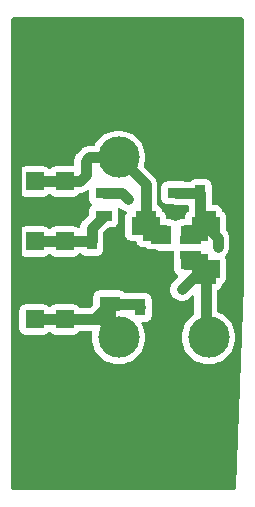
<source format=gbr>
%TF.GenerationSoftware,KiCad,Pcbnew,7.0.7-7.0.7~ubuntu23.04.1*%
%TF.CreationDate,2023-09-17T08:07:36+00:00*%
%TF.ProjectId,CLKGEN02,434c4b47-454e-4303-922e-6b696361645f,rev?*%
%TF.SameCoordinates,Original*%
%TF.FileFunction,Copper,L2,Bot*%
%TF.FilePolarity,Positive*%
%FSLAX46Y46*%
G04 Gerber Fmt 4.6, Leading zero omitted, Abs format (unit mm)*
G04 Created by KiCad (PCBNEW 7.0.7-7.0.7~ubuntu23.04.1) date 2023-09-17 08:07:36*
%MOMM*%
%LPD*%
G01*
G04 APERTURE LIST*
%TA.AperFunction,ComponentPad*%
%ADD10R,1.524000X1.524000*%
%TD*%
%TA.AperFunction,ComponentPad*%
%ADD11C,6.000000*%
%TD*%
%TA.AperFunction,ComponentPad*%
%ADD12C,3.500000*%
%TD*%
%TA.AperFunction,SMDPad,CuDef*%
%ADD13R,1.397000X0.889000*%
%TD*%
%TA.AperFunction,SMDPad,CuDef*%
%ADD14R,0.889000X1.397000*%
%TD*%
%TA.AperFunction,SMDPad,CuDef*%
%ADD15R,1.699260X1.300480*%
%TD*%
%TA.AperFunction,SMDPad,CuDef*%
%ADD16R,1.700000X1.500000*%
%TD*%
%TA.AperFunction,SMDPad,CuDef*%
%ADD17R,1.800000X2.000000*%
%TD*%
%TA.AperFunction,SMDPad,CuDef*%
%ADD18R,1.600000X1.350000*%
%TD*%
%TA.AperFunction,SMDPad,CuDef*%
%ADD19R,1.400000X1.300000*%
%TD*%
%TA.AperFunction,SMDPad,CuDef*%
%ADD20R,2.400000X1.500000*%
%TD*%
%TA.AperFunction,SMDPad,CuDef*%
%ADD21R,0.900000X0.800000*%
%TD*%
%TA.AperFunction,ViaPad*%
%ADD22C,0.600000*%
%TD*%
%TA.AperFunction,ViaPad*%
%ADD23C,0.800000*%
%TD*%
%TA.AperFunction,Conductor*%
%ADD24C,0.900000*%
%TD*%
%TA.AperFunction,Conductor*%
%ADD25C,0.300000*%
%TD*%
G04 APERTURE END LIST*
D10*
%TO.P,J1,1*%
%TO.N,GND*%
X2286000Y17272000D03*
%TO.P,J1,2*%
X4826000Y17272000D03*
%TO.P,J1,3*%
%TO.N,VCC*%
X2286000Y14732000D03*
%TO.P,J1,4*%
X4826000Y14732000D03*
%TO.P,J1,5*%
%TO.N,GND*%
X2286000Y12192000D03*
%TO.P,J1,6*%
X4826000Y12192000D03*
%TD*%
%TO.P,J3,1*%
%TO.N,GND*%
X2286000Y28956000D03*
%TO.P,J3,2*%
X4826000Y28956000D03*
%TO.P,J3,3*%
%TO.N,/OUT*%
X2286000Y26416000D03*
%TO.P,J3,4*%
X4826000Y26416000D03*
%TO.P,J3,5*%
%TO.N,GND*%
X2286000Y23876000D03*
%TO.P,J3,6*%
X4826000Y23876000D03*
%TD*%
D11*
%TO.P,M1,1*%
%TO.N,GND*%
X5080000Y5080000D03*
%TD*%
%TO.P,M2,1*%
%TO.N,GND*%
X5080000Y35560000D03*
%TD*%
%TO.P,M3,1*%
%TO.N,GND*%
X15240000Y5080000D03*
%TD*%
%TO.P,M4,1*%
%TO.N,GND*%
X15240000Y35560000D03*
%TD*%
D12*
%TO.P,X9,1*%
%TO.N,/EN*%
X17018000Y13208000D03*
%TO.P,X9,2*%
%TO.N,GND*%
X17018000Y28448000D03*
%TO.P,X9,3*%
%TO.N,/OUT*%
X9398000Y28448000D03*
%TO.P,X9,4*%
%TO.N,VCC*%
X9398000Y13208000D03*
%TD*%
D10*
%TO.P,J2,1*%
%TO.N,/EN*%
X2286000Y21336000D03*
%TO.P,J2,2*%
X4826000Y21336000D03*
%TD*%
D13*
%TO.P,C1,1*%
%TO.N,VCC*%
X14224000Y25463500D03*
%TO.P,C1,2*%
%TO.N,GND*%
X14224000Y27368500D03*
%TD*%
D14*
%TO.P,C2,1*%
%TO.N,VCC*%
X16319500Y25400000D03*
%TO.P,C2,2*%
%TO.N,GND*%
X18224500Y25400000D03*
%TD*%
%TO.P,C3,1*%
%TO.N,VCC*%
X11239500Y15748000D03*
%TO.P,C3,2*%
%TO.N,GND*%
X13144500Y15748000D03*
%TD*%
D15*
%TO.P,D1,1*%
%TO.N,VCC*%
X8636000Y16029940D03*
%TO.P,D1,2*%
%TO.N,GND*%
X8636000Y19530060D03*
%TD*%
D13*
%TO.P,R1,1*%
%TO.N,VCC*%
X8128000Y25400000D03*
%TO.P,R1,2*%
%TO.N,/EN*%
X8128000Y23495000D03*
%TD*%
D14*
%TO.P,R2,1*%
%TO.N,/EN*%
X7112000Y21336000D03*
%TO.P,R2,2*%
%TO.N,GND*%
X9017000Y21336000D03*
%TD*%
D16*
%TO.P,X1,1*%
%TO.N,/EN*%
X15494000Y19728000D03*
%TO.P,X1,2*%
%TO.N,GND*%
X12954000Y19728000D03*
%TO.P,X1,3*%
%TO.N,/OUT*%
X12954000Y21928000D03*
%TO.P,X1,4*%
%TO.N,VCC*%
X15494000Y21928000D03*
%TD*%
D17*
%TO.P,X2,1*%
%TO.N,/EN*%
X16764000Y18728000D03*
%TO.P,X2,2*%
%TO.N,GND*%
X11684000Y18728000D03*
%TO.P,X2,3*%
%TO.N,/OUT*%
X11684000Y22928000D03*
%TO.P,X2,4*%
%TO.N,VCC*%
X16764000Y22928000D03*
%TD*%
D18*
%TO.P,X3,1*%
%TO.N,/EN*%
X15674000Y19578000D03*
%TO.P,X3,2*%
%TO.N,GND*%
X12774000Y19578000D03*
%TO.P,X3,3*%
%TO.N,/OUT*%
X12774000Y22078000D03*
%TO.P,X3,4*%
%TO.N,VCC*%
X15674000Y22078000D03*
%TD*%
D19*
%TO.P,X4,1*%
%TO.N,/EN*%
X15524000Y19828000D03*
%TO.P,X4,2*%
%TO.N,GND*%
X12924000Y19828000D03*
%TO.P,X4,3*%
%TO.N,/OUT*%
X12924000Y21828000D03*
%TO.P,X4,4*%
%TO.N,VCC*%
X15524000Y21828000D03*
%TD*%
D18*
%TO.P,X6,1*%
%TO.N,/EN*%
X16224000Y19578000D03*
%TO.P,X6,2*%
%TO.N,GND*%
X12224000Y19578000D03*
%TO.P,X6,3*%
%TO.N,/OUT*%
X12224000Y22078000D03*
%TO.P,X6,4*%
%TO.N,VCC*%
X16224000Y22078000D03*
%TD*%
D20*
%TO.P,X7,1*%
%TO.N,/EN*%
X16764000Y18978000D03*
%TO.P,X7,2*%
%TO.N,GND*%
X11684000Y18978000D03*
%TO.P,X7,3*%
%TO.N,/OUT*%
X11684000Y22678000D03*
%TO.P,X7,4*%
%TO.N,VCC*%
X16764000Y22678000D03*
%TD*%
D21*
%TO.P,X8,1*%
%TO.N,/EN*%
X15049000Y20203000D03*
%TO.P,X8,2*%
%TO.N,GND*%
X13399000Y20203000D03*
%TO.P,X8,3*%
%TO.N,/OUT*%
X13399000Y21453000D03*
%TO.P,X8,4*%
%TO.N,VCC*%
X15049000Y21453000D03*
%TD*%
D22*
%TO.N,VCC*%
X17780000Y20828000D03*
D23*
X17780000Y20828000D03*
X10160000Y24892000D03*
%TO.N,GND*%
X6604000Y24384000D03*
%TO.N,/EN*%
X14732000Y17272000D03*
%TD*%
D24*
%TO.N,VCC*%
X16319500Y25400000D02*
X14287500Y25400000D01*
X16319500Y25400000D02*
X16319500Y23122500D01*
X17780000Y21662000D02*
X16764000Y22678000D01*
X7874000Y14732000D02*
X9398000Y13208000D01*
X2286000Y14732000D02*
X4826000Y14732000D01*
X8128000Y25400000D02*
X9652000Y25400000D01*
X7338060Y14732000D02*
X8636000Y16029940D01*
X14287500Y25400000D02*
X14224000Y25463500D01*
X4826000Y14732000D02*
X7874000Y14732000D01*
X16319500Y23122500D02*
X16764000Y22678000D01*
X4826000Y14732000D02*
X7338060Y14732000D01*
X8636000Y16029940D02*
X8636000Y13970000D01*
X8636000Y16029940D02*
X10957560Y16029940D01*
X17780000Y20828000D02*
X17780000Y21662000D01*
X9652000Y25400000D02*
X10160000Y24892000D01*
X8636000Y13970000D02*
X9398000Y13208000D01*
X10957560Y16029940D02*
X11239500Y15748000D01*
%TO.N,GND*%
X12224000Y19578000D02*
X12224000Y19518000D01*
D25*
X1224000Y28956000D02*
X2286000Y28956000D01*
X1224000Y23876000D02*
X1016000Y23668000D01*
X1016000Y28748000D02*
X1224000Y28956000D01*
X1016000Y19604000D02*
X2286000Y18334000D01*
X2286000Y23876000D02*
X1224000Y23876000D01*
X1224000Y23876000D02*
X1016000Y24084000D01*
X1016000Y24084000D02*
X1016000Y28748000D01*
D24*
X12224000Y19518000D02*
X11684000Y18978000D01*
D25*
X1016000Y23668000D02*
X1016000Y19604000D01*
X2286000Y18334000D02*
X2286000Y17272000D01*
D24*
%TO.N,/EN*%
X7112000Y21336000D02*
X4826000Y21336000D01*
X16764000Y13462000D02*
X17018000Y13208000D01*
X4826000Y21336000D02*
X2286000Y21336000D01*
X16764000Y18978000D02*
X16764000Y13462000D01*
X7112000Y21336000D02*
X7112000Y22479000D01*
X16438000Y18978000D02*
X14732000Y17272000D01*
X7112000Y22479000D02*
X8128000Y23495000D01*
X16764000Y18978000D02*
X16438000Y18978000D01*
%TO.N,/OUT*%
X4826000Y26416000D02*
X2286000Y26416000D01*
X6923127Y28448000D02*
X6604000Y28128873D01*
X6604000Y28128873D02*
X6604000Y26924000D01*
X6604000Y26924000D02*
X6096000Y26416000D01*
X6096000Y26416000D02*
X4826000Y26416000D01*
X9398000Y28448000D02*
X6923127Y28448000D01*
X11684000Y22678000D02*
X11684000Y26162000D01*
X11684000Y26162000D02*
X9398000Y28448000D01*
%TD*%
%TA.AperFunction,Conductor*%
%TO.N,GND*%
G36*
X19932621Y40290498D02*
G01*
X19979114Y40236842D01*
X19990500Y40184500D01*
X19990500Y17697999D01*
X19374535Y451003D01*
X19352114Y383639D01*
X19296833Y339091D01*
X19248615Y329500D01*
X455500Y329500D01*
X387379Y349502D01*
X340886Y403158D01*
X329500Y455500D01*
X329500Y13921350D01*
X1015500Y13921350D01*
X1022009Y13860803D01*
X1022011Y13860795D01*
X1073110Y13723797D01*
X1073112Y13723792D01*
X1160738Y13606738D01*
X1277792Y13519112D01*
X1277797Y13519110D01*
X1414795Y13468011D01*
X1414803Y13468009D01*
X1475350Y13461500D01*
X1475362Y13461500D01*
X3096649Y13461500D01*
X3157196Y13468009D01*
X3157204Y13468011D01*
X3294202Y13519110D01*
X3294207Y13519112D01*
X3411261Y13606739D01*
X3455133Y13665343D01*
X3511969Y13707889D01*
X3582784Y13712953D01*
X3645096Y13678928D01*
X3656867Y13665343D01*
X3700738Y13606739D01*
X3817792Y13519112D01*
X3817797Y13519110D01*
X3954795Y13468011D01*
X3954803Y13468009D01*
X4015350Y13461500D01*
X4015362Y13461500D01*
X5636649Y13461500D01*
X5697196Y13468009D01*
X5697204Y13468011D01*
X5834202Y13519110D01*
X5834207Y13519112D01*
X5951261Y13606738D01*
X6038300Y13723009D01*
X6095136Y13765556D01*
X6139168Y13773500D01*
X7054207Y13773500D01*
X7122328Y13753498D01*
X7168821Y13699842D01*
X7178925Y13629568D01*
X7177786Y13622918D01*
X7154018Y13503435D01*
X7154016Y13503421D01*
X7134654Y13208003D01*
X7134654Y13207996D01*
X7154016Y12912578D01*
X7154018Y12912564D01*
X7211776Y12622204D01*
X7211778Y12622194D01*
X7306938Y12341862D01*
X7306944Y12341848D01*
X7437883Y12076329D01*
X7602359Y11830172D01*
X7602364Y11830165D01*
X7602367Y11830162D01*
X7797573Y11607573D01*
X8020162Y11412367D01*
X8020165Y11412364D01*
X8020172Y11412359D01*
X8266329Y11247883D01*
X8531848Y11116944D01*
X8531862Y11116938D01*
X8812194Y11021778D01*
X8812201Y11021776D01*
X8812203Y11021776D01*
X8860818Y11012105D01*
X9102564Y10964018D01*
X9102578Y10964016D01*
X9397997Y10944654D01*
X9398000Y10944654D01*
X9398003Y10944654D01*
X9693421Y10964016D01*
X9693435Y10964018D01*
X9886566Y11002435D01*
X9983797Y11021776D01*
X9983799Y11021776D01*
X9983805Y11021778D01*
X10264137Y11116938D01*
X10264140Y11116939D01*
X10264145Y11116941D01*
X10283591Y11126531D01*
X10529670Y11247883D01*
X10775827Y11412359D01*
X10775830Y11412361D01*
X10775838Y11412367D01*
X10998427Y11607573D01*
X11193633Y11830162D01*
X11358115Y12076327D01*
X11489059Y12341855D01*
X11584224Y12622203D01*
X11641983Y12912574D01*
X11661346Y13208000D01*
X11641983Y13503426D01*
X11584224Y13793797D01*
X11489059Y14074145D01*
X11358115Y14339673D01*
X11354556Y14344998D01*
X11333342Y14412750D01*
X11352125Y14481217D01*
X11404941Y14528661D01*
X11459322Y14541000D01*
X11732649Y14541000D01*
X11793196Y14547509D01*
X11793204Y14547511D01*
X11930202Y14598610D01*
X11930207Y14598612D01*
X12047261Y14686238D01*
X12134887Y14803292D01*
X12134889Y14803297D01*
X12136803Y14808427D01*
X12185989Y14940299D01*
X12185990Y14940303D01*
X12192499Y15000850D01*
X12192500Y15000867D01*
X12192500Y15600123D01*
X12194764Y15619903D01*
X12194415Y15619948D01*
X12195219Y15626269D01*
X12195222Y15626280D01*
X12200161Y15821158D01*
X12194475Y15852873D01*
X12192499Y15875104D01*
X12192499Y16079523D01*
X12192500Y16495138D01*
X12189256Y16525316D01*
X12185990Y16555696D01*
X12185988Y16555704D01*
X12178960Y16574545D01*
X12134889Y16692704D01*
X12133339Y16694774D01*
X12047261Y16809761D01*
X11930207Y16897387D01*
X11930206Y16897387D01*
X11930204Y16897389D01*
X11793201Y16948489D01*
X11793199Y16948489D01*
X11793196Y16948490D01*
X11732649Y16954999D01*
X11732645Y16954999D01*
X11732638Y16955000D01*
X11732632Y16955000D01*
X11230562Y16955000D01*
X11205212Y16957576D01*
X11188525Y16961005D01*
X11183917Y16962136D01*
X11127531Y16978271D01*
X11094938Y16980753D01*
X11087055Y16981858D01*
X11055030Y16988440D01*
X11055026Y16988440D01*
X10996396Y16988440D01*
X10991614Y16988621D01*
X10933153Y16993074D01*
X10900728Y16988944D01*
X10892771Y16988440D01*
X9953135Y16988440D01*
X9885014Y17008442D01*
X9852265Y17038934D01*
X9848891Y17043441D01*
X9731837Y17131067D01*
X9731836Y17131067D01*
X9731834Y17131069D01*
X9594831Y17182169D01*
X9594829Y17182169D01*
X9594826Y17182170D01*
X9534279Y17188679D01*
X9534275Y17188679D01*
X9534268Y17188680D01*
X7737732Y17188680D01*
X7737725Y17188679D01*
X7737720Y17188679D01*
X7677173Y17182170D01*
X7677165Y17182168D01*
X7599245Y17153104D01*
X7540166Y17131069D01*
X7540164Y17131068D01*
X7540162Y17131067D01*
X7423108Y17043441D01*
X7335482Y16926387D01*
X7335480Y16926382D01*
X7284381Y16789384D01*
X7284379Y16789376D01*
X7277870Y16728829D01*
X7277869Y16728812D01*
X7277869Y16079523D01*
X7257867Y16011402D01*
X7240964Y15990428D01*
X6977941Y15727405D01*
X6915629Y15693379D01*
X6888846Y15690500D01*
X6139168Y15690500D01*
X6071047Y15710502D01*
X6038300Y15740991D01*
X5951261Y15857261D01*
X5834207Y15944887D01*
X5834206Y15944887D01*
X5834204Y15944889D01*
X5716045Y15988960D01*
X5697204Y15995988D01*
X5697203Y15995988D01*
X5697201Y15995989D01*
X5697199Y15995989D01*
X5697196Y15995990D01*
X5636649Y16002499D01*
X5636645Y16002499D01*
X5636638Y16002500D01*
X4015362Y16002500D01*
X4015355Y16002499D01*
X4015350Y16002499D01*
X3954803Y15995990D01*
X3954795Y15995988D01*
X3876875Y15966924D01*
X3817796Y15944889D01*
X3817794Y15944888D01*
X3817792Y15944887D01*
X3700738Y15857261D01*
X3656868Y15798657D01*
X3600032Y15756110D01*
X3529216Y15751046D01*
X3466904Y15785071D01*
X3455132Y15798657D01*
X3411261Y15857261D01*
X3294207Y15944887D01*
X3294206Y15944887D01*
X3294204Y15944889D01*
X3176045Y15988960D01*
X3157204Y15995988D01*
X3157203Y15995988D01*
X3157201Y15995989D01*
X3157199Y15995989D01*
X3157196Y15995990D01*
X3096649Y16002499D01*
X3096645Y16002499D01*
X3096638Y16002500D01*
X1475362Y16002500D01*
X1475355Y16002499D01*
X1475350Y16002499D01*
X1414803Y15995990D01*
X1414795Y15995988D01*
X1336875Y15966924D01*
X1277796Y15944889D01*
X1277794Y15944888D01*
X1277792Y15944887D01*
X1160738Y15857261D01*
X1073112Y15740207D01*
X1073110Y15740202D01*
X1022011Y15603204D01*
X1022009Y15603196D01*
X1015500Y15542649D01*
X1015500Y13921350D01*
X329500Y13921350D01*
X329500Y20525350D01*
X1015500Y20525350D01*
X1022009Y20464803D01*
X1022011Y20464795D01*
X1073110Y20327797D01*
X1073112Y20327792D01*
X1160738Y20210738D01*
X1277792Y20123112D01*
X1277797Y20123110D01*
X1414795Y20072011D01*
X1414803Y20072009D01*
X1475350Y20065500D01*
X1475362Y20065500D01*
X3096649Y20065500D01*
X3157196Y20072009D01*
X3157204Y20072011D01*
X3294202Y20123110D01*
X3294207Y20123112D01*
X3411261Y20210739D01*
X3455133Y20269343D01*
X3511969Y20311889D01*
X3582784Y20316953D01*
X3645096Y20282928D01*
X3656867Y20269343D01*
X3700738Y20210739D01*
X3817792Y20123112D01*
X3817797Y20123110D01*
X3954795Y20072011D01*
X3954803Y20072009D01*
X4015350Y20065500D01*
X4015362Y20065500D01*
X5636649Y20065500D01*
X5697196Y20072009D01*
X5697204Y20072011D01*
X5834202Y20123110D01*
X5834207Y20123112D01*
X5951261Y20210738D01*
X6038300Y20327009D01*
X6095136Y20369556D01*
X6139168Y20377500D01*
X6163868Y20377500D01*
X6231989Y20357498D01*
X6264737Y20327008D01*
X6304239Y20274238D01*
X6421292Y20186612D01*
X6421297Y20186610D01*
X6558295Y20135511D01*
X6558303Y20135509D01*
X6618850Y20129000D01*
X6618862Y20129000D01*
X7605149Y20129000D01*
X7665696Y20135509D01*
X7665704Y20135511D01*
X7802702Y20186610D01*
X7802707Y20186612D01*
X7919761Y20274238D01*
X8007387Y20391292D01*
X8007389Y20391297D01*
X8019946Y20424961D01*
X8034803Y20464795D01*
X8058488Y20528295D01*
X8058490Y20528303D01*
X8064999Y20588850D01*
X8065000Y20588867D01*
X8065000Y21198955D01*
X8067580Y21224323D01*
X8070499Y21238527D01*
X8070500Y21238531D01*
X8070500Y21310126D01*
X8070581Y21313318D01*
X8072231Y21345842D01*
X8074206Y21384798D01*
X8071952Y21399506D01*
X8070500Y21418585D01*
X8070500Y22029786D01*
X8090502Y22097907D01*
X8107405Y22118881D01*
X8493619Y22505095D01*
X8555931Y22539121D01*
X8582714Y22542000D01*
X8875149Y22542000D01*
X8935696Y22548509D01*
X8935704Y22548511D01*
X9072702Y22599610D01*
X9072707Y22599612D01*
X9189761Y22687238D01*
X9277387Y22804292D01*
X9277389Y22804297D01*
X9328488Y22941295D01*
X9328490Y22941303D01*
X9334999Y23001850D01*
X9335000Y23001867D01*
X9335000Y23988132D01*
X9334999Y23988149D01*
X9327740Y24055673D01*
X9340346Y24125541D01*
X9388725Y24177503D01*
X9457516Y24195061D01*
X9524879Y24172640D01*
X9532642Y24166794D01*
X9629828Y24087549D01*
X9802606Y23997298D01*
X9802617Y23997294D01*
X9990025Y23943669D01*
X9990032Y23943668D01*
X9992796Y23943458D01*
X9994227Y23942916D01*
X9996322Y23942541D01*
X9996252Y23942150D01*
X10059201Y23918341D01*
X10101485Y23861310D01*
X10106224Y23790471D01*
X10084096Y23742313D01*
X10033112Y23674207D01*
X10033110Y23674202D01*
X9982011Y23537204D01*
X9982009Y23537196D01*
X9975500Y23476649D01*
X9975500Y21879350D01*
X9982009Y21818803D01*
X9982011Y21818795D01*
X10033110Y21681797D01*
X10033112Y21681792D01*
X10120738Y21564738D01*
X10237792Y21477112D01*
X10237797Y21477110D01*
X10374795Y21426011D01*
X10374803Y21426009D01*
X10435350Y21419500D01*
X10435362Y21419500D01*
X10735362Y21419500D01*
X10795317Y21419500D01*
X10863438Y21399498D01*
X10909931Y21345842D01*
X10920595Y21306966D01*
X10922009Y21293804D01*
X10922011Y21293795D01*
X10973110Y21156797D01*
X10973112Y21156792D01*
X11060738Y21039738D01*
X11177792Y20952112D01*
X11177797Y20952110D01*
X11314795Y20901011D01*
X11314803Y20901009D01*
X11375350Y20894500D01*
X11375362Y20894500D01*
X11617960Y20894500D01*
X11686081Y20874498D01*
X11718829Y20844008D01*
X11740739Y20814738D01*
X11857792Y20727112D01*
X11857797Y20727110D01*
X11994795Y20676011D01*
X11994803Y20676009D01*
X12055350Y20669500D01*
X12055362Y20669500D01*
X12175362Y20669500D01*
X12570838Y20669500D01*
X12638959Y20649498D01*
X12646347Y20644368D01*
X12702792Y20602112D01*
X12702797Y20602110D01*
X12839795Y20551011D01*
X12839803Y20551009D01*
X12900350Y20544500D01*
X12900362Y20544500D01*
X13897632Y20544500D01*
X13897638Y20544500D01*
X13897642Y20544500D01*
X13897654Y20544501D01*
X13951034Y20550239D01*
X14020902Y20537632D01*
X14072863Y20489253D01*
X14090500Y20424961D01*
X14090500Y19754350D01*
X14097009Y19693803D01*
X14097010Y19693799D01*
X14127556Y19611904D01*
X14135500Y19567872D01*
X14135500Y18929350D01*
X14142009Y18868803D01*
X14142011Y18868795D01*
X14193110Y18731797D01*
X14193112Y18731792D01*
X14280738Y18614738D01*
X14397797Y18527109D01*
X14401292Y18525201D01*
X14404106Y18522386D01*
X14405010Y18521710D01*
X14404912Y18521580D01*
X14451492Y18474997D01*
X14466581Y18405622D01*
X14441767Y18339103D01*
X14429998Y18325521D01*
X14019867Y17915391D01*
X13978567Y17864740D01*
X13927552Y17802175D01*
X13837296Y17629390D01*
X13815888Y17554574D01*
X13795065Y17481796D01*
X13783668Y17441966D01*
X13768866Y17247593D01*
X13768866Y17247583D01*
X13793493Y17054223D01*
X13793494Y17054217D01*
X13793495Y17054216D01*
X13818606Y16980751D01*
X13856545Y16869753D01*
X13856545Y16869752D01*
X13955439Y16701758D01*
X14086120Y16557114D01*
X14086123Y16557111D01*
X14243244Y16441734D01*
X14243247Y16441732D01*
X14420385Y16360343D01*
X14610280Y16316277D01*
X14805157Y16311339D01*
X14805158Y16311339D01*
X14805159Y16311339D01*
X14953940Y16338005D01*
X14997039Y16345730D01*
X14997044Y16345731D01*
X15178066Y16418041D01*
X15178071Y16418043D01*
X15340840Y16525316D01*
X15340842Y16525318D01*
X15340845Y16525320D01*
X15590405Y16774880D01*
X15652717Y16808906D01*
X15723532Y16803841D01*
X15780368Y16761294D01*
X15805179Y16694774D01*
X15805500Y16685785D01*
X15805500Y15181456D01*
X15785498Y15113335D01*
X15749503Y15076692D01*
X15640162Y15003633D01*
X15417573Y14808427D01*
X15222367Y14585838D01*
X15222361Y14585830D01*
X15222359Y14585827D01*
X15057883Y14339670D01*
X14926944Y14074151D01*
X14926938Y14074137D01*
X14831778Y13793805D01*
X14831776Y13793799D01*
X14831776Y13793797D01*
X14823760Y13753498D01*
X14774018Y13503435D01*
X14774016Y13503421D01*
X14754654Y13208003D01*
X14754654Y13207996D01*
X14774016Y12912578D01*
X14774018Y12912564D01*
X14831776Y12622204D01*
X14831778Y12622194D01*
X14926938Y12341862D01*
X14926944Y12341848D01*
X15057883Y12076329D01*
X15222359Y11830172D01*
X15222364Y11830165D01*
X15222367Y11830162D01*
X15417573Y11607573D01*
X15640162Y11412367D01*
X15640165Y11412364D01*
X15640172Y11412359D01*
X15886329Y11247883D01*
X16151848Y11116944D01*
X16151862Y11116938D01*
X16432194Y11021778D01*
X16432201Y11021776D01*
X16432203Y11021776D01*
X16480818Y11012105D01*
X16722564Y10964018D01*
X16722578Y10964016D01*
X17017997Y10944654D01*
X17018000Y10944654D01*
X17018003Y10944654D01*
X17313421Y10964016D01*
X17313435Y10964018D01*
X17506566Y11002435D01*
X17603797Y11021776D01*
X17603799Y11021776D01*
X17603805Y11021778D01*
X17884137Y11116938D01*
X17884140Y11116939D01*
X17884145Y11116941D01*
X17903591Y11126531D01*
X18149670Y11247883D01*
X18395827Y11412359D01*
X18395830Y11412361D01*
X18395838Y11412367D01*
X18618427Y11607573D01*
X18813633Y11830162D01*
X18978115Y12076327D01*
X19109059Y12341855D01*
X19204224Y12622203D01*
X19261983Y12912574D01*
X19281346Y13208000D01*
X19261983Y13503426D01*
X19204224Y13793797D01*
X19109059Y14074145D01*
X18978115Y14339673D01*
X18813633Y14585838D01*
X18618427Y14808427D01*
X18395838Y15003633D01*
X18149673Y15168115D01*
X17884145Y15299059D01*
X17807999Y15324906D01*
X17749923Y15365743D01*
X17723144Y15431495D01*
X17722500Y15444220D01*
X17722500Y17119617D01*
X17742502Y17187738D01*
X17796158Y17234231D01*
X17804467Y17237672D01*
X17910202Y17277110D01*
X17910207Y17277112D01*
X18027261Y17364738D01*
X18114887Y17481792D01*
X18114889Y17481797D01*
X18165988Y17618795D01*
X18165990Y17618803D01*
X18172499Y17679350D01*
X18172500Y17679367D01*
X18172500Y17685814D01*
X18192502Y17753935D01*
X18222990Y17786682D01*
X18327262Y17864740D01*
X18414887Y17981792D01*
X18414889Y17981797D01*
X18465988Y18118795D01*
X18465990Y18118803D01*
X18472499Y18179350D01*
X18472500Y18179367D01*
X18472500Y19776632D01*
X18472499Y19776649D01*
X18465990Y19837196D01*
X18465988Y19837204D01*
X18414891Y19974198D01*
X18414889Y19974204D01*
X18414884Y19974210D01*
X18412824Y19977984D01*
X18411906Y19982200D01*
X18411740Y19982647D01*
X18411804Y19982670D01*
X18397730Y20047358D01*
X18422538Y20113879D01*
X18436599Y20129698D01*
X18511020Y20200440D01*
X18518188Y20210738D01*
X18622382Y20360437D01*
X18635625Y20391297D01*
X18699259Y20539581D01*
X18738500Y20730530D01*
X18738500Y21649873D01*
X18740661Y21735157D01*
X18730314Y21792880D01*
X18729652Y21797609D01*
X18723721Y21855940D01*
X18719819Y21868373D01*
X18713937Y21887123D01*
X18712033Y21894880D01*
X18706271Y21927031D01*
X18706270Y21927039D01*
X18684519Y21981490D01*
X18682912Y21986003D01*
X18665364Y22041935D01*
X18665363Y22041939D01*
X18649490Y22070534D01*
X18646085Y22077706D01*
X18633957Y22108071D01*
X18601676Y22157049D01*
X18599219Y22161105D01*
X18570759Y22212384D01*
X18549474Y22237178D01*
X18544666Y22243555D01*
X18526685Y22270839D01*
X18509407Y22288117D01*
X18475380Y22350428D01*
X18472500Y22377214D01*
X18472500Y23476632D01*
X18472499Y23476649D01*
X18465990Y23537196D01*
X18465988Y23537204D01*
X18458960Y23556045D01*
X18414889Y23674204D01*
X18327261Y23791261D01*
X18222991Y23869317D01*
X18180444Y23926153D01*
X18172500Y23970185D01*
X18172500Y23976632D01*
X18172499Y23976649D01*
X18165990Y24037196D01*
X18165988Y24037204D01*
X18147208Y24087553D01*
X18114889Y24174204D01*
X18112419Y24177503D01*
X18027261Y24291261D01*
X17910207Y24378887D01*
X17910206Y24378887D01*
X17910204Y24378889D01*
X17773201Y24429989D01*
X17773199Y24429989D01*
X17773196Y24429990D01*
X17712649Y24436499D01*
X17712645Y24436499D01*
X17712638Y24436500D01*
X17712632Y24436500D01*
X17404000Y24436500D01*
X17335879Y24456502D01*
X17289386Y24510158D01*
X17278000Y24562500D01*
X17278000Y25374126D01*
X17278081Y25377318D01*
X17279627Y25407792D01*
X17281706Y25448798D01*
X17273952Y25499407D01*
X17272500Y25518486D01*
X17272500Y26147132D01*
X17272499Y26147149D01*
X17265990Y26207696D01*
X17265988Y26207704D01*
X17239018Y26280011D01*
X17214889Y26344704D01*
X17206476Y26355942D01*
X17127261Y26461761D01*
X17010207Y26549387D01*
X17010206Y26549387D01*
X17010204Y26549389D01*
X16873201Y26600489D01*
X16873199Y26600489D01*
X16873196Y26600490D01*
X16812649Y26606999D01*
X16812645Y26606999D01*
X16812638Y26607000D01*
X15826362Y26607000D01*
X15826355Y26606999D01*
X15826350Y26606999D01*
X15765803Y26600490D01*
X15765795Y26600488D01*
X15704759Y26577722D01*
X15628796Y26549389D01*
X15628794Y26549388D01*
X15628792Y26549387D01*
X15511842Y26461838D01*
X15511739Y26461761D01*
X15472983Y26409988D01*
X15472237Y26408992D01*
X15415401Y26366445D01*
X15371368Y26358500D01*
X15192481Y26358500D01*
X15148448Y26366444D01*
X15031701Y26409989D01*
X15031696Y26409989D01*
X15031696Y26409990D01*
X14971149Y26416499D01*
X14971145Y26416499D01*
X14971138Y26416500D01*
X14971132Y26416500D01*
X14335055Y26416500D01*
X14330274Y26416681D01*
X14199593Y26426634D01*
X14123984Y26417004D01*
X14116028Y26416500D01*
X13476862Y26416500D01*
X13476855Y26416499D01*
X13476850Y26416499D01*
X13416303Y26409990D01*
X13416295Y26409988D01*
X13338375Y26380924D01*
X13279296Y26358889D01*
X13279294Y26358888D01*
X13279292Y26358887D01*
X13162238Y26271261D01*
X13074612Y26154207D01*
X13074610Y26154202D01*
X13023511Y26017204D01*
X13023509Y26017196D01*
X13017000Y25956649D01*
X13017000Y24970350D01*
X13023509Y24909803D01*
X13023511Y24909795D01*
X13074610Y24772797D01*
X13074612Y24772792D01*
X13162238Y24655738D01*
X13279292Y24568112D01*
X13279297Y24568110D01*
X13416295Y24517011D01*
X13416303Y24517009D01*
X13476850Y24510500D01*
X13476862Y24510500D01*
X13894253Y24510500D01*
X13928920Y24505637D01*
X13961527Y24496305D01*
X13969044Y24493629D01*
X13999074Y24480743D01*
X13999080Y24480741D01*
X14056502Y24468939D01*
X14061150Y24467799D01*
X14117523Y24451669D01*
X14117536Y24451667D01*
X14150121Y24449185D01*
X14158018Y24448077D01*
X14190030Y24441500D01*
X14248662Y24441500D01*
X14253442Y24441318D01*
X14288536Y24438645D01*
X14311906Y24436866D01*
X14311908Y24436866D01*
X14311913Y24436866D01*
X14326975Y24438784D01*
X14344334Y24440995D01*
X14352291Y24441500D01*
X15235000Y24441500D01*
X15303121Y24421498D01*
X15349614Y24367842D01*
X15361000Y24315500D01*
X15361000Y24031174D01*
X15360639Y24024435D01*
X15355500Y23976646D01*
X15355500Y23970185D01*
X15335498Y23902064D01*
X15305009Y23869317D01*
X15200738Y23791261D01*
X15113112Y23674207D01*
X15113110Y23674202D01*
X15062011Y23537204D01*
X15062009Y23537196D01*
X15055500Y23476649D01*
X15055500Y23387500D01*
X15035498Y23319379D01*
X14981842Y23272886D01*
X14929500Y23261500D01*
X14825362Y23261500D01*
X14825355Y23261499D01*
X14825350Y23261499D01*
X14764803Y23254990D01*
X14764795Y23254988D01*
X14686875Y23225924D01*
X14627796Y23203889D01*
X14627793Y23203886D01*
X14619882Y23199568D01*
X14618385Y23202309D01*
X14571741Y23183961D01*
X14534803Y23179990D01*
X14534795Y23179988D01*
X14456875Y23150924D01*
X14397796Y23128889D01*
X14299507Y23055311D01*
X14232989Y23030501D01*
X14163615Y23045592D01*
X14148497Y23055306D01*
X14050204Y23128889D01*
X13913201Y23179989D01*
X13913199Y23179989D01*
X13913196Y23179990D01*
X13876258Y23183961D01*
X13829619Y23202317D01*
X13828118Y23199568D01*
X13820209Y23203884D01*
X13820204Y23203889D01*
X13683201Y23254989D01*
X13683199Y23254989D01*
X13683196Y23254990D01*
X13622649Y23261499D01*
X13622645Y23261499D01*
X13622638Y23261500D01*
X13622632Y23261500D01*
X13518500Y23261500D01*
X13450379Y23281502D01*
X13403886Y23335158D01*
X13392500Y23387500D01*
X13392500Y23476632D01*
X13392499Y23476649D01*
X13385990Y23537196D01*
X13385988Y23537204D01*
X13378960Y23556045D01*
X13334889Y23674204D01*
X13247261Y23791261D01*
X13142989Y23869318D01*
X13100443Y23926152D01*
X13092500Y23970192D01*
X13092500Y23976638D01*
X13092499Y23976649D01*
X13085990Y24037196D01*
X13085988Y24037204D01*
X13067208Y24087553D01*
X13034889Y24174204D01*
X13032419Y24177503D01*
X12947261Y24291261D01*
X12830207Y24378887D01*
X12830206Y24378887D01*
X12830204Y24378889D01*
X12724463Y24418328D01*
X12667631Y24460873D01*
X12642820Y24527393D01*
X12642499Y24536382D01*
X12642500Y26149873D01*
X12642610Y26154207D01*
X12644661Y26235157D01*
X12634314Y26292880D01*
X12633652Y26297609D01*
X12627721Y26355940D01*
X12622367Y26373002D01*
X12617937Y26387123D01*
X12616033Y26394880D01*
X12613504Y26408992D01*
X12610270Y26427039D01*
X12588519Y26481490D01*
X12586912Y26486003D01*
X12583483Y26496932D01*
X12569363Y26541939D01*
X12553490Y26570534D01*
X12550085Y26577706D01*
X12537957Y26608071D01*
X12505685Y26657034D01*
X12503213Y26661117D01*
X12474759Y26712384D01*
X12453469Y26737181D01*
X12448669Y26743547D01*
X12430683Y26770840D01*
X12389213Y26812308D01*
X12385982Y26815796D01*
X12358702Y26847574D01*
X12347780Y26860297D01*
X12321924Y26880309D01*
X12315954Y26885567D01*
X11577559Y27623962D01*
X11543535Y27686272D01*
X11547343Y27753557D01*
X11584222Y27862197D01*
X11584223Y27862201D01*
X11584224Y27862203D01*
X11641983Y28152574D01*
X11655415Y28357510D01*
X11661346Y28447996D01*
X11661346Y28448003D01*
X11644413Y28706346D01*
X11641983Y28743426D01*
X11584224Y29033797D01*
X11489059Y29314145D01*
X11358115Y29579673D01*
X11193633Y29825838D01*
X10998427Y30048427D01*
X10775838Y30243633D01*
X10529673Y30408115D01*
X10264145Y30539059D01*
X9983797Y30634224D01*
X9693426Y30691983D01*
X9508784Y30704084D01*
X9398003Y30711346D01*
X9397997Y30711346D01*
X9271388Y30703047D01*
X9102574Y30691983D01*
X8812203Y30634224D01*
X8531855Y30539059D01*
X8266327Y30408115D01*
X8020162Y30243633D01*
X7797573Y30048427D01*
X7602367Y29825838D01*
X7602361Y29825830D01*
X7602359Y29825827D01*
X7437884Y29579673D01*
X7387139Y29476771D01*
X7339070Y29424523D01*
X7274133Y29406500D01*
X6935253Y29406500D01*
X6849970Y29408661D01*
X6840664Y29406993D01*
X6792261Y29398318D01*
X6787519Y29397653D01*
X6767603Y29395627D01*
X6729187Y29391721D01*
X6729181Y29391719D01*
X6729180Y29391719D01*
X6717879Y29388173D01*
X6698000Y29381935D01*
X6690259Y29380035D01*
X6658088Y29374270D01*
X6630880Y29363401D01*
X6603639Y29352520D01*
X6599129Y29350914D01*
X6543188Y29333363D01*
X6514609Y29317500D01*
X6507411Y29314082D01*
X6477056Y29301957D01*
X6477053Y29301955D01*
X6428099Y29269691D01*
X6424004Y29267210D01*
X6372743Y29238759D01*
X6347937Y29217464D01*
X6341584Y29212674D01*
X6320476Y29198763D01*
X6314285Y29194683D01*
X6314284Y29194682D01*
X6293559Y29173956D01*
X6272821Y29153218D01*
X6269323Y29149976D01*
X6224830Y29111780D01*
X6204820Y29085930D01*
X6199556Y29079953D01*
X5934804Y28815201D01*
X5872980Y28756433D01*
X5839484Y28708308D01*
X5836601Y28704485D01*
X5799551Y28659047D01*
X5784421Y28630083D01*
X5780285Y28623256D01*
X5761615Y28596432D01*
X5738491Y28542547D01*
X5736437Y28538222D01*
X5709298Y28486266D01*
X5709294Y28486256D01*
X5700306Y28454845D01*
X5697629Y28447327D01*
X5684741Y28417294D01*
X5684741Y28417292D01*
X5672935Y28359851D01*
X5671794Y28355203D01*
X5655670Y28298847D01*
X5655668Y28298838D01*
X5653186Y28266255D01*
X5652079Y28258360D01*
X5645500Y28226343D01*
X5645500Y28226338D01*
X5645500Y28167708D01*
X5645318Y28162922D01*
X5640866Y28104466D01*
X5640866Y28104460D01*
X5643145Y28086566D01*
X5644995Y28072041D01*
X5645500Y28064083D01*
X5645500Y27812500D01*
X5625498Y27744379D01*
X5571842Y27697886D01*
X5519500Y27686500D01*
X4015362Y27686500D01*
X4015355Y27686499D01*
X4015350Y27686499D01*
X3954803Y27679990D01*
X3954795Y27679988D01*
X3876875Y27650924D01*
X3817796Y27628889D01*
X3817794Y27628888D01*
X3817792Y27628887D01*
X3700738Y27541261D01*
X3656868Y27482657D01*
X3600032Y27440110D01*
X3529216Y27435046D01*
X3466904Y27469071D01*
X3455132Y27482657D01*
X3411261Y27541261D01*
X3294207Y27628887D01*
X3294206Y27628887D01*
X3294204Y27628889D01*
X3157201Y27679989D01*
X3157199Y27679989D01*
X3157196Y27679990D01*
X3096649Y27686499D01*
X3096645Y27686499D01*
X3096638Y27686500D01*
X1475362Y27686500D01*
X1475355Y27686499D01*
X1475350Y27686499D01*
X1414803Y27679990D01*
X1414795Y27679988D01*
X1336875Y27650924D01*
X1277796Y27628889D01*
X1277794Y27628888D01*
X1277792Y27628887D01*
X1160738Y27541261D01*
X1073112Y27424207D01*
X1073110Y27424202D01*
X1022011Y27287204D01*
X1022009Y27287196D01*
X1015500Y27226649D01*
X1015500Y25605350D01*
X1022009Y25544803D01*
X1022011Y25544795D01*
X1073110Y25407797D01*
X1073112Y25407792D01*
X1160738Y25290738D01*
X1277792Y25203112D01*
X1277797Y25203110D01*
X1414795Y25152011D01*
X1414803Y25152009D01*
X1475350Y25145500D01*
X1475362Y25145500D01*
X3096649Y25145500D01*
X3157196Y25152009D01*
X3157204Y25152011D01*
X3294202Y25203110D01*
X3294207Y25203112D01*
X3411261Y25290739D01*
X3455133Y25349343D01*
X3511969Y25391889D01*
X3582784Y25396953D01*
X3645096Y25362928D01*
X3656867Y25349343D01*
X3700738Y25290739D01*
X3817792Y25203112D01*
X3817797Y25203110D01*
X3954795Y25152011D01*
X3954803Y25152009D01*
X4015350Y25145500D01*
X4015362Y25145500D01*
X5636649Y25145500D01*
X5697196Y25152009D01*
X5697204Y25152011D01*
X5834202Y25203110D01*
X5834207Y25203112D01*
X5951261Y25290738D01*
X6037241Y25405594D01*
X6094077Y25448141D01*
X6141297Y25456044D01*
X6169157Y25455339D01*
X6169159Y25455339D01*
X6226871Y25465682D01*
X6231613Y25466347D01*
X6289932Y25472277D01*
X6289945Y25472280D01*
X6321123Y25482061D01*
X6328870Y25483963D01*
X6361041Y25489730D01*
X6415489Y25511480D01*
X6419990Y25513082D01*
X6443620Y25520497D01*
X6475938Y25530636D01*
X6475942Y25530638D01*
X6504513Y25546496D01*
X6511720Y25549919D01*
X6516593Y25551866D01*
X6542069Y25562041D01*
X6584906Y25590274D01*
X6591033Y25594311D01*
X6595122Y25596789D01*
X6610547Y25605350D01*
X6646384Y25625241D01*
X6671176Y25646523D01*
X6677547Y25651327D01*
X6697895Y25664739D01*
X6704840Y25669316D01*
X6704841Y25669317D01*
X6704846Y25669321D01*
X6705905Y25670380D01*
X6706630Y25670776D01*
X6709796Y25673357D01*
X6710276Y25672767D01*
X6768217Y25704406D01*
X6839032Y25699341D01*
X6895868Y25656794D01*
X6920679Y25590274D01*
X6921000Y25581285D01*
X6921000Y24906850D01*
X6927509Y24846303D01*
X6927511Y24846295D01*
X6978610Y24709297D01*
X6978612Y24709292D01*
X7066239Y24592238D01*
X7124843Y24548367D01*
X7167389Y24491531D01*
X7172453Y24420716D01*
X7138428Y24358404D01*
X7124843Y24346633D01*
X7066239Y24302761D01*
X6978612Y24185707D01*
X6978610Y24185702D01*
X6927511Y24048704D01*
X6927509Y24048696D01*
X6921000Y23988149D01*
X6921000Y23695714D01*
X6900998Y23627593D01*
X6884099Y23606623D01*
X6612634Y23335158D01*
X6442804Y23165328D01*
X6380980Y23106560D01*
X6347484Y23058435D01*
X6344606Y23054618D01*
X6324941Y23030501D01*
X6307551Y23009174D01*
X6292421Y22980210D01*
X6288285Y22973383D01*
X6269615Y22946559D01*
X6246491Y22892674D01*
X6244437Y22888349D01*
X6217298Y22836393D01*
X6217294Y22836383D01*
X6208306Y22804972D01*
X6205629Y22797454D01*
X6192741Y22767421D01*
X6192741Y22767419D01*
X6180935Y22709978D01*
X6179794Y22705330D01*
X6163670Y22648974D01*
X6163668Y22648965D01*
X6161186Y22616382D01*
X6160079Y22608487D01*
X6153500Y22576470D01*
X6153500Y22576465D01*
X6153500Y22561582D01*
X6133498Y22493461D01*
X6079842Y22446968D01*
X6009568Y22436864D01*
X5951990Y22460714D01*
X5951263Y22461258D01*
X5951261Y22461261D01*
X5834204Y22548889D01*
X5698217Y22599610D01*
X5697204Y22599988D01*
X5697203Y22599988D01*
X5697201Y22599989D01*
X5697199Y22599989D01*
X5697196Y22599990D01*
X5636649Y22606499D01*
X5636645Y22606499D01*
X5636638Y22606500D01*
X4015362Y22606500D01*
X4015355Y22606499D01*
X4015350Y22606499D01*
X3954803Y22599990D01*
X3954795Y22599988D01*
X3891743Y22576470D01*
X3817796Y22548889D01*
X3817794Y22548888D01*
X3817792Y22548887D01*
X3700738Y22461261D01*
X3656868Y22402657D01*
X3600032Y22360110D01*
X3529216Y22355046D01*
X3466904Y22389071D01*
X3455132Y22402657D01*
X3411261Y22461261D01*
X3294207Y22548887D01*
X3294206Y22548887D01*
X3294204Y22548889D01*
X3158217Y22599610D01*
X3157204Y22599988D01*
X3157203Y22599988D01*
X3157201Y22599989D01*
X3157199Y22599989D01*
X3157196Y22599990D01*
X3096649Y22606499D01*
X3096645Y22606499D01*
X3096638Y22606500D01*
X1475362Y22606500D01*
X1475355Y22606499D01*
X1475350Y22606499D01*
X1414803Y22599990D01*
X1414795Y22599988D01*
X1351743Y22576470D01*
X1277796Y22548889D01*
X1277794Y22548888D01*
X1277792Y22548887D01*
X1160738Y22461261D01*
X1073112Y22344207D01*
X1073110Y22344202D01*
X1022011Y22207204D01*
X1022009Y22207196D01*
X1015500Y22146649D01*
X1015500Y20525350D01*
X329500Y20525350D01*
X329500Y40184500D01*
X349502Y40252621D01*
X403158Y40299114D01*
X455500Y40310500D01*
X19864500Y40310500D01*
X19932621Y40290498D01*
G37*
%TD.AperFunction*%
%TD*%
M02*

</source>
